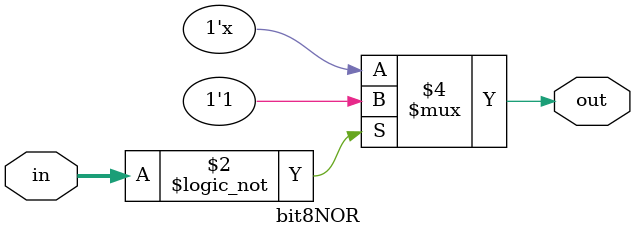
<source format=v>
module calc(clk, reset, s, in, op, out, ovf, done);
    input clk, reset, s;
    input [7:0] in;
    input [1:0] op;
    output [7:0] out;
    output ovf, done;

    //outputs from function unit
    wire selA, loadA, loadB, loadV, zero, ovf_reg_in;

    wire [7:0] A_muxtoreg, A_reg_wire, subtractor_out, funct_out;

    multiplexer2 #(8) mux(in, subtractor_out, selA, A_muxtoreg);
    vDFFE #(8) regA(clk, loadA, A_muxtoreg, A_reg_wire);

    subtractor subtractor(A_reg_wire, subtractor_out);
    bit8NOR NOR(A_reg_wire, zero);

    controller control(clk, reset, op, s, A_reg_wire, out, selA, loadA, loadB, loadV, done, funct_out, ovf_reg_in);

    vDFFE #(8) regB(clk, loadB, funct_out, out);
    vDFFE #(8) regV(clk, loadV, ovf_reg_in, ovf);


endmodule

`define pause 4'b0000
//states for CLEAR command
`define zero1 4'b0001
`define zero2 4'b0010
//states for ADD command
`define add1 4'b0011
`define add2 4'b0100
`define add3 4'b0101
//states for SHIFT command
`define shift1 4'b1000
`define shift2 4'b1001
`define shift3 4'b1010

module controller(clk, reset, op, s, A_reg_wire, out, selA, loadA, loadB, loadV, done, funct_out, ovf_reg_in);
    input clk, reset, s;
    input [1:0] op;
    input [7:0] A_reg_wire, out;

    output reg selA, loadA, loadB, loadV, done, ovf_reg_in;

    reg[3:0] present_state, next_state;

    output reg[7:0] funct_out;

    always @(*) begin
        if(reset) begin
            present_state = `pause;
            next_state = `pause;
        end
        else begin
            case(present_state)
                `pause: begin
                    if((s==1)&&(op==0)) next_state = `zero1;
                    if((s==1)&&(op==2'b01)) next_state = `add1;
                end

                `zero1: next_state = `pause;

                `add1: next_state = `add2;

                `add2: next_state = `add3;

                `add2: next_state = `pause;

                default: next_state = 2'bx;
            endcase
        end

        present_state = next_state;

        case(present_state)
            `pause: begin
                loadA = 0; loadB = 0; loadV = 0;
                done = 1;
            end

            `zero1: begin
                funct_out = 0;
                loadB = 1;
                done = 0;
            end
            
            `add1: begin   
                selA  = 1;
                loadA = 1;
            end

            `add2: begin
                loadA = 0;
                funct_out = out + A_reg_wire;
            end

            `add3: begin
                loadB = 1;
            end
            default done = 2'bx;
        endcase
    end
endmodule

// register with load enable
module vDFFE(clk, en, in, out); 
  parameter n = 16; // width 
  input clk, en; 
  input [n-1:0] in; 
  output [n-1:0] out; 
  reg [n-1:0] out; 
  wire [n-1:0] next_out; 
  
  assign next_out = en ? in : out; 
  
  always @(posedge clk) 
    out = next_out; 
endmodule 

/* BINARY MULTIPLEXER
  k bits wide
  a1 = 1
  a0 = 0 */
module multiplexer2 (a1, a0, s, b);
    parameter k = 16;
    input [k-1:0] a0, a1; //inputs
    input s; //binary select
    output reg [k-1:0] b;
    //Selects b equal to an a depending on input hot-code
    always @(*) begin
      case(s)
        1'b0: b = a0;
        1'b1: b = a1;
        default: b = {k{1'bx}};
      endcase
    end
endmodule

module subtractor(in, out);
    input [7:0] in;
    output [7:0] out;

    assign out = in - 1;
endmodule


module bit8NOR(in, out);
    input [7:0] in;
    output reg out;

    always @(*) begin
        if(in==8'b0) out = 1;
    end
endmodule




</source>
